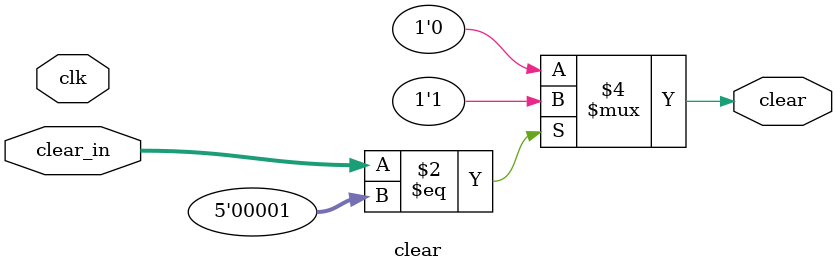
<source format=v>
module clear (clk, clear_in, clear);
	input clk;
	input [4:0]clear_in;
	output reg clear;
	
	always@(clk)
	begin
		if (clear_in == 1)
			clear = 1;
		else
			clear = 0;
	end	
	endmodule
</source>
